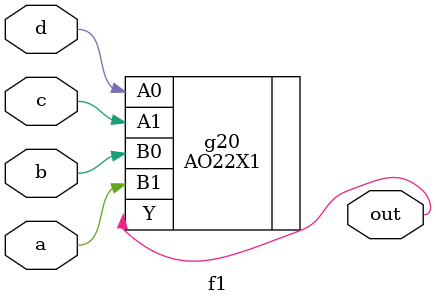
<source format=v>
/*
###############################################################
#  Generated by:      Cadence Innovus 16.21-s078_1
#  OS:                Linux x86_64(Host ID client03)
#  Generated on:      Thu Sep  5 22:56:54 2019
#  Design:            f1
#  Command:           saveNetlist f1_netlist.v
###############################################################
*/
// Generated by Cadence Genus(TM) Synthesis Solution 16.21-s018_1
// Generated on: Sep  5 2019 18:13:50 IST (Sep  5 2019 12:43:50 UTC)
// Verification Directory fv/f1 
module f1 (
	a, 
	b, 
	c, 
	d, 
	out);
   input a;
   input b;
   input c;
   input d;
   output out;

   AO22X1 g20 (.A0(d),
	.A1(c),
	.B0(b),
	.B1(a),
	.Y(out));
endmodule


</source>
